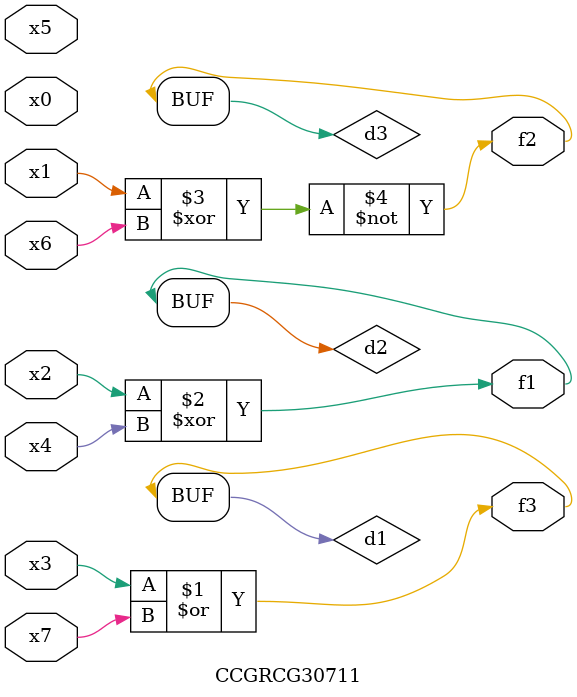
<source format=v>
module CCGRCG30711(
	input x0, x1, x2, x3, x4, x5, x6, x7,
	output f1, f2, f3
);

	wire d1, d2, d3;

	or (d1, x3, x7);
	xor (d2, x2, x4);
	xnor (d3, x1, x6);
	assign f1 = d2;
	assign f2 = d3;
	assign f3 = d1;
endmodule

</source>
